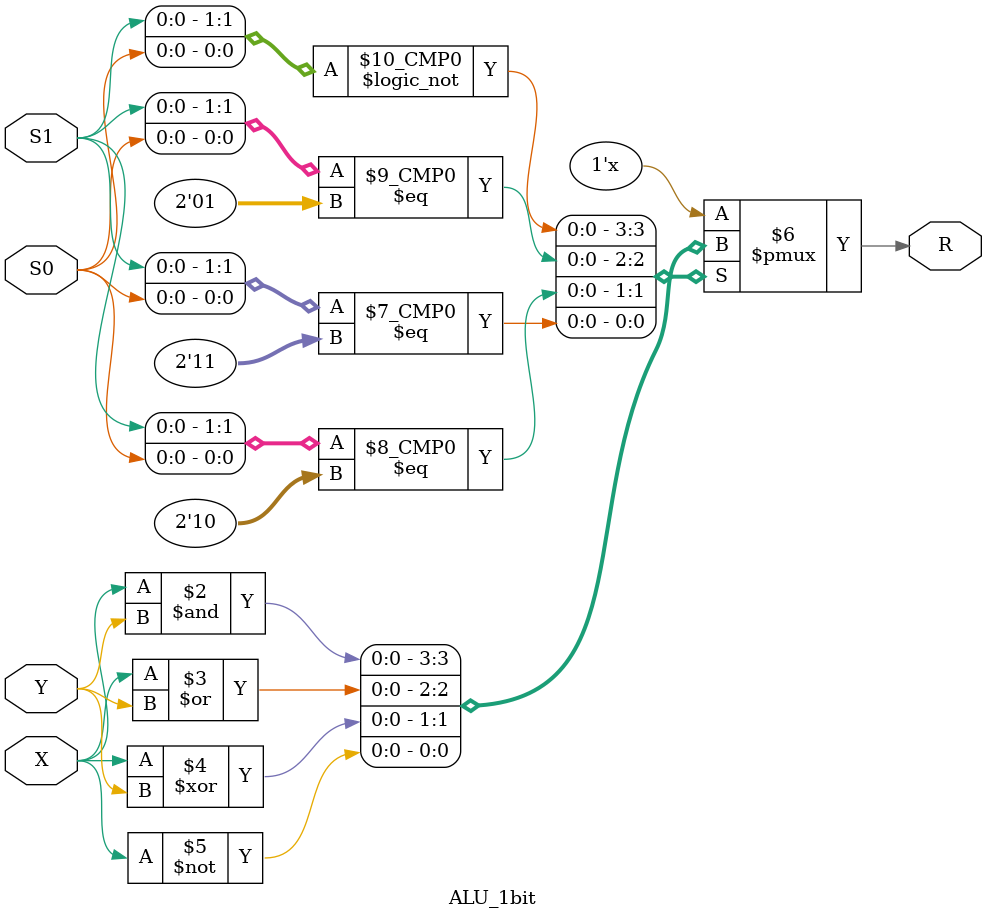
<source format=v>
module ALU_1bit (
    input wire X, Y,        // 1-bit Inputs
    input wire S0, S1,      // Select lines
    output reg R            // Output
);

    always @(*) begin
        case ({S1, S0})
            2'b00: R = X & Y;       // AND
            2'b01: R = X | Y;       // OR
            2'b10: R = X ^ Y;       // XOR
            2'b11: R = ~X;          // NOT X (unary op, ignore Y)
            default: R = 0;
        endcase
    end
endmodule

</source>
